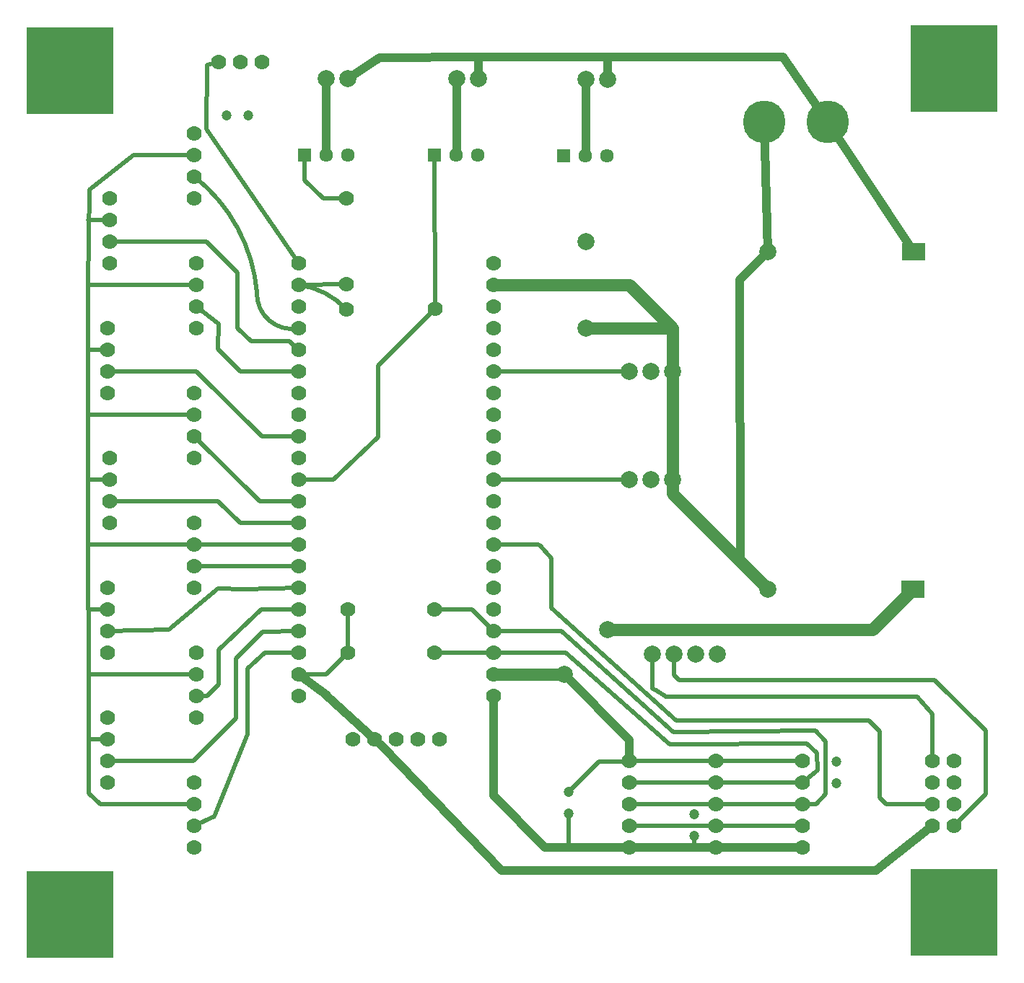
<source format=gtl>
G04 Layer: TopLayer*
G04 EasyEDA v6.3.53, 2020-06-08T12:07:48--7:00*
G04 bd5e1def8c3a44afa438a5c08afba8b4,269c31b763b64a8fadfd0c58d2184f68,10*
G04 Gerber Generator version 0.2*
G04 Scale: 100 percent, Rotated: No, Reflected: No *
G04 Dimensions in millimeters *
G04 leading zeros omitted , absolute positions ,3 integer and 3 decimal *
%FSLAX33Y33*%
%MOMM*%
G90*
G71D02*

%ADD10C,0.254000*%
%ADD11C,0.499999*%
%ADD12C,0.999998*%
%ADD13C,1.399997*%
%ADD14C,1.999996*%
%ADD15C,0.609600*%
%ADD16C,1.778000*%
%ADD17C,4.999990*%
%ADD18C,1.198880*%
%ADD19R,2.700020X1.999996*%
%ADD20R,1.612900X1.612900*%
%ADD21C,1.612900*%

%LPD*%
G54D11*
G01X54828Y48441D02*
G01X60037Y48441D01*
G01X60289Y48331D01*
G01X61539Y46833D01*
G01X61607Y41009D01*
G01X76194Y27801D01*
G01X98788Y27831D01*
G01X100076Y26543D01*
G01X100076Y18794D01*
G01X100848Y18022D01*
G01X106299Y18022D01*
G01X19939Y30722D02*
G01X21178Y30722D01*
G01X22539Y32080D01*
G01X22539Y36081D01*
G01X27538Y40856D01*
G01X31968Y40821D01*
G01X9525Y23102D02*
G01X19558Y23102D01*
G01X24538Y28083D01*
G01X24538Y35083D01*
G01X27679Y38224D01*
G01X31968Y38281D01*
G54D12*
G01X35179Y30788D02*
G01X41866Y24676D01*
G01X55730Y10236D01*
G01X99644Y10236D01*
G01X99720Y10308D01*
G01X106299Y15482D01*
G54D11*
G01X9758Y84029D02*
G01X21094Y84029D01*
G01X24762Y80361D01*
G01X24762Y73899D01*
G01X26344Y72317D01*
G01X30878Y72317D01*
G01X31912Y71283D01*
G01X80899Y20562D02*
G01X70739Y20562D01*
G01X91059Y20562D02*
G01X80899Y20562D01*
G01X54828Y35741D02*
G01X63261Y35741D01*
G01X75478Y25057D01*
G01X91539Y25083D01*
G01X92760Y24041D01*
G01X92788Y21974D01*
G01X91059Y20562D01*
G01X54828Y38281D02*
G01X62730Y38281D01*
G01X75920Y26490D01*
G01X92557Y26597D01*
G01X93789Y25365D01*
G01X93789Y19160D01*
G01X92641Y18011D01*
G01X91059Y18022D01*
G01X75958Y35581D02*
G01X75958Y33163D01*
G01X76537Y32581D01*
G01X106537Y32581D01*
G01X112524Y26597D01*
G01X112524Y19167D01*
G01X108839Y15482D01*
G01X73418Y35582D02*
G01X73418Y31582D01*
G01X73812Y31412D01*
G01X75038Y30582D01*
G01X104539Y30582D01*
G01X106274Y28563D01*
G01X106299Y23102D01*
G01X106299Y23102D01*
G54D12*
G01X31993Y33175D02*
G01X35204Y30762D01*
G54D11*
G01X22539Y105083D02*
G01X21158Y104813D01*
G01X21120Y97287D01*
G01X31968Y81461D01*
G01X19685Y48502D02*
G01X31968Y48442D01*
G01X78298Y14199D02*
G01X78298Y13023D01*
G01X63633Y16917D02*
G01X63586Y12919D01*
G01X63605Y12942D01*
G01X70829Y22984D02*
G01X67160Y22984D01*
G01X63680Y19504D01*
G54D12*
G01X86998Y82896D02*
G01X83705Y79591D01*
G01X83794Y46278D01*
G54D13*
G01X65659Y73902D02*
G01X75819Y73902D01*
G54D12*
G01X53305Y105685D02*
G01X41432Y105610D01*
G01X37736Y103179D01*
G01X94039Y98082D02*
G01X88790Y105685D01*
G01X53009Y105685D01*
G01X53009Y103145D01*
G01X68151Y103112D02*
G01X68177Y105626D01*
G01X65612Y103112D02*
G01X65612Y94154D01*
G01X65539Y94082D01*
G54D13*
G01X75819Y68822D02*
G01X75819Y73902D01*
G01X70739Y78982D01*
G01X54829Y78922D01*
G01X75819Y56122D02*
G01X75819Y68822D01*
G01X87002Y43267D02*
G01X75819Y54450D01*
G01X75819Y56122D01*
G54D11*
G01X70739Y56122D02*
G01X54829Y56062D01*
G01X70739Y68822D02*
G01X70679Y68762D01*
G01X54829Y68762D01*
G54D10*
G01X55143Y56122D02*
G01X54889Y55868D01*
G01X55143Y68822D02*
G01X55083Y68762D01*
G01X54829Y68762D01*
G54D11*
G01X47879Y94222D02*
G01X47955Y76184D01*
G01X47955Y76184D01*
G01X41268Y69497D01*
G01X41268Y61100D01*
G01X36000Y56071D01*
G01X31968Y56071D01*
G54D12*
G01X86997Y82896D02*
G01X86998Y82896D01*
G01X86538Y98082D01*
G54D11*
G01X32639Y94222D02*
G01X32639Y91242D01*
G01X34799Y89082D01*
G01X37538Y89082D01*
G01X37538Y79081D02*
G01X31968Y78921D01*
G54D12*
G01X35179Y94222D02*
G01X35196Y94239D01*
G01X35196Y103179D01*
G54D11*
G01X80899Y23102D02*
G01X70739Y23102D01*
G01X91059Y23102D02*
G01X80899Y23102D01*
G54D12*
G01X70739Y23102D02*
G01X70739Y25565D01*
G01X63119Y33262D01*
G54D11*
G01X80899Y18022D02*
G01X91059Y18022D01*
G01X70739Y18022D02*
G01X80899Y18022D01*
G54D13*
G01X63119Y33262D02*
G01X63059Y33202D01*
G01X54829Y33202D01*
G01X104020Y43268D02*
G01X99227Y38475D01*
G01X68199Y38475D01*
G54D11*
G01X47879Y35802D02*
G01X47938Y35742D01*
G01X54829Y35742D01*
G01X47879Y40882D02*
G01X52229Y40882D01*
G01X54829Y38282D01*
G01X37719Y35802D02*
G01X37719Y40882D01*
G01X31968Y33202D02*
G01X35119Y33202D01*
G01X37719Y35802D01*
G54D12*
G01X50419Y94222D02*
G01X50469Y94272D01*
G01X50469Y103145D01*
G01X94039Y98082D02*
G01X104079Y82865D01*
G01X54820Y30661D02*
G01X54820Y18982D01*
G01X60830Y12942D01*
G01X91059Y12942D01*
G54D11*
G01X80899Y15482D02*
G01X70739Y15482D01*
G01X91059Y15482D02*
G01X80899Y15482D01*
G01X31968Y50982D02*
G01X25078Y50982D01*
G01X22479Y53582D01*
G01X9779Y53582D01*
G01X31968Y53522D02*
G01X27364Y53522D01*
G01X19685Y61202D01*
G01X31968Y61142D02*
G01X27618Y61142D01*
G01X19939Y68822D01*
G01X9525Y68822D01*
G01X19939Y76442D02*
G01X22512Y74351D01*
G01X22479Y71395D01*
G01X25112Y68761D01*
G01X31968Y68761D01*
G01X31968Y45902D02*
G01X19744Y45902D01*
G01X19685Y45962D01*
G01X7266Y25642D02*
G01X7289Y19241D01*
G01X8694Y18022D01*
G01X19685Y18022D01*
G01X9525Y25642D02*
G01X7267Y25642D01*
G01X7267Y33262D01*
G01X9525Y40882D02*
G01X7252Y40882D01*
G01X9779Y86602D02*
G01X7239Y86602D01*
G01X9779Y56122D02*
G01X7239Y56122D01*
G01X19939Y33262D02*
G01X7267Y33262D01*
G01X7239Y48502D01*
G01X19685Y48502D01*
G01X7239Y48502D02*
G01X7239Y63742D01*
G01X9525Y71362D02*
G01X7239Y71362D01*
G01X19685Y94222D02*
G01X12547Y94196D01*
G01X7366Y90144D01*
G01X7239Y78982D01*
G54D10*
G01X19939Y60948D02*
G01X19685Y61202D01*
G01X9779Y68568D02*
G01X9525Y68822D01*
G54D11*
G01X19685Y63742D02*
G01X7239Y63742D01*
G01X7239Y78982D01*
G01X19939Y78982D01*
G01X31918Y43362D02*
G01X25568Y43269D01*
G01X22428Y43295D01*
G01X16704Y38526D01*
G01X9474Y38342D01*
G01X31968Y35741D02*
G01X27965Y35748D01*
G01X25933Y33875D01*
G01X25946Y26180D01*
G01X21996Y16548D01*
G01X19685Y15482D01*
G75*
G01X31994Y78964D02*
G02X37539Y76082I-1309J-9295D01*
G01*
G75*
G01X27028Y78076D02*
G03X31930Y73852I4151J-139D01*
G01*
G75*
G01X19690Y91672D02*
G02X27040Y78019I-12085J-15311D01*
G01*

%LPD*%
G36*
G01X10159Y10162D02*
G01X-0Y10162D01*
G01X-0Y2D01*
G01X10159Y2D01*
G01X10159Y10162D01*
G37*

%LPD*%
G36*
G01X113919Y10402D02*
G01X103759Y10402D01*
G01X103759Y242D01*
G01X113919Y242D01*
G01X113919Y10402D01*
G37*

%LPD*%
G36*
G01X113919Y109462D02*
G01X103759Y109462D01*
G01X103759Y99302D01*
G01X113919Y99302D01*
G01X113919Y109462D01*
G37*

%LPD*%
G36*
G01X10159Y109222D02*
G01X-0Y109222D01*
G01X-0Y99062D01*
G01X10159Y99062D01*
G01X10159Y109222D01*
G37*
G54D16*
G01X9779Y89142D03*
G01X9779Y86602D03*
G01X9779Y84062D03*
G01X9779Y81522D03*
G01X9525Y66282D03*
G01X9525Y68822D03*
G01X9525Y71362D03*
G01X9525Y73902D03*
G01X9525Y43422D03*
G01X9525Y40882D03*
G01X9525Y38342D03*
G01X9525Y35802D03*
G01X9779Y51042D03*
G01X9779Y53582D03*
G01X9779Y56122D03*
G01X9779Y58662D03*
G01X19939Y81522D03*
G01X19939Y78982D03*
G01X19939Y76442D03*
G01X19939Y73902D03*
G01X19685Y58662D03*
G01X19685Y61202D03*
G01X19685Y63742D03*
G01X19685Y66282D03*
G01X19685Y96762D03*
G01X19685Y94222D03*
G01X19685Y91682D03*
G01X19685Y89142D03*
G01X9525Y20562D03*
G01X9525Y23102D03*
G01X9525Y25642D03*
G01X9525Y28182D03*
G01X19685Y43422D03*
G01X19685Y45962D03*
G01X19685Y48502D03*
G01X19685Y51042D03*
G01X19685Y20562D03*
G01X19685Y18022D03*
G01X19685Y15482D03*
G01X19685Y12942D03*
G01X19939Y28182D03*
G01X19939Y30722D03*
G01X19939Y33262D03*
G01X19939Y35802D03*
G54D17*
G01X86539Y98082D03*
G01X94039Y98082D03*
G01X5078Y104142D03*
G01X5078Y5082D03*
G01X108839Y104382D03*
G54D16*
G01X70739Y20562D03*
G01X70739Y18022D03*
G01X70739Y15482D03*
G01X70739Y12942D03*
G01X70739Y23102D03*
G01X91059Y23102D03*
G01X91059Y12942D03*
G01X91059Y15482D03*
G01X91059Y18022D03*
G01X91059Y20562D03*
G01X80899Y23102D03*
G01X80899Y12942D03*
G01X80899Y15482D03*
G01X80899Y18022D03*
G01X80899Y20562D03*
G54D17*
G01X108839Y5322D03*
G54D16*
G01X37719Y35802D03*
G01X47879Y35802D03*
G54D14*
G01X53009Y103145D03*
G01X50469Y103145D03*
G54D16*
G01X37538Y76082D03*
G01X47955Y76184D03*
G54D14*
G01X75819Y56122D03*
G01X70739Y56122D03*
G01X75819Y68822D03*
G01X70739Y68822D03*
G54D16*
G01X37719Y40882D03*
G01X47879Y40882D03*
G54D14*
G01X35196Y103179D03*
G01X37736Y103179D03*
G54D16*
G01X37538Y89082D03*
G01X37538Y79082D03*
G54D14*
G01X81038Y35582D03*
G01X78498Y35582D03*
G01X75958Y35582D03*
G01X73418Y35582D03*
G01X65612Y103112D03*
G01X68152Y103112D03*
G01X65659Y84062D03*
G01X65659Y73902D03*
G54D18*
G01X78312Y16799D03*
G01X78312Y14259D03*
G01X95057Y20420D03*
G01X95010Y23008D03*
G01X23502Y98861D03*
G01X26042Y98861D03*
G54D16*
G01X27618Y105082D03*
G01X25078Y105082D03*
G01X22538Y105082D03*
G01X106299Y23102D03*
G01X106299Y20562D03*
G01X106299Y18022D03*
G01X106299Y15482D03*
G01X108839Y23102D03*
G01X108839Y20562D03*
G01X108839Y18022D03*
G01X108839Y15482D03*
G54D14*
G01X73279Y68822D03*
G01X73279Y56122D03*
G54D18*
G01X63633Y19457D03*
G01X63633Y16917D03*
G54D14*
G01X86998Y82896D03*
G54D19*
G01X104079Y82865D03*
G01X104020Y43268D03*
G54D14*
G01X87003Y43267D03*
G54D20*
G01X47879Y94222D03*
G54D21*
G01X50419Y94222D03*
G01X52959Y94222D03*
G54D20*
G01X32639Y94222D03*
G54D21*
G01X35179Y94222D03*
G01X37719Y94222D03*
G54D20*
G01X62999Y94082D03*
G54D21*
G01X65539Y94082D03*
G01X68079Y94082D03*
G54D16*
G01X31968Y78922D03*
G01X31968Y56062D03*
G01X31968Y76382D03*
G01X31968Y73842D03*
G01X31968Y71302D03*
G01X31968Y68762D03*
G01X31968Y66222D03*
G01X31968Y63682D03*
G01X31968Y61142D03*
G01X31968Y58602D03*
G01X31968Y81462D03*
G01X31968Y53522D03*
G01X31968Y50982D03*
G01X31968Y48442D03*
G01X31968Y45902D03*
G01X31968Y43362D03*
G01X31968Y40822D03*
G01X31968Y38282D03*
G01X31968Y35742D03*
G01X31968Y33202D03*
G01X31968Y30662D03*
G01X54829Y78922D03*
G01X54829Y56062D03*
G01X54829Y76382D03*
G01X54829Y73842D03*
G01X54829Y71302D03*
G01X54829Y68762D03*
G01X54829Y66222D03*
G01X54829Y63682D03*
G01X54829Y61142D03*
G01X54829Y58602D03*
G01X54828Y81462D03*
G01X54829Y53522D03*
G01X54829Y50982D03*
G01X54829Y48442D03*
G01X54829Y45902D03*
G01X54829Y43362D03*
G01X54829Y40822D03*
G01X54829Y38282D03*
G01X54829Y35742D03*
G01X54829Y33202D03*
G01X54829Y30662D03*
G01X48478Y25582D03*
G01X45938Y25582D03*
G01X43398Y25582D03*
G01X40858Y25582D03*
G01X38318Y25582D03*
G54D14*
G01X68199Y38475D03*
G01X63119Y33262D03*
G54D15*
G01X108839Y101842D03*
G01X108839Y106922D03*
G01X106299Y104382D03*
G01X111379Y104382D03*
G01X7618Y104142D03*
G01X5078Y106682D03*
G01X2538Y104142D03*
G01X5078Y101602D03*
G01X5078Y7622D03*
G01X7618Y5082D03*
G01X5078Y2542D03*
G01X2538Y5082D03*
G01X108839Y7862D03*
G01X111379Y5322D03*
G01X108839Y2782D03*
G01X106299Y5322D03*
M00*
M02*

</source>
